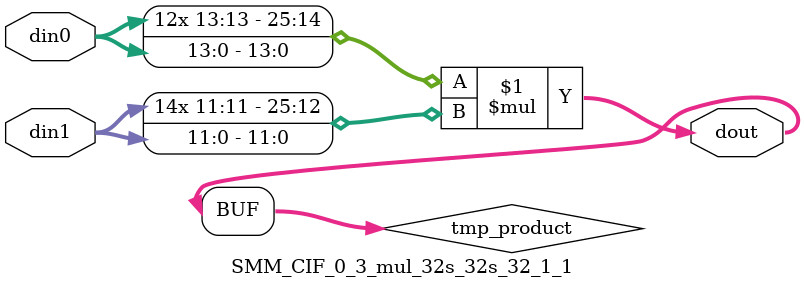
<source format=v>

`timescale 1 ns / 1 ps

  (* use_dsp = "no" *)  module SMM_CIF_0_3_mul_32s_32s_32_1_1(din0, din1, dout);
parameter ID = 1;
parameter NUM_STAGE = 0;
parameter din0_WIDTH = 14;
parameter din1_WIDTH = 12;
parameter dout_WIDTH = 26;

input [din0_WIDTH - 1 : 0] din0; 
input [din1_WIDTH - 1 : 0] din1; 
output [dout_WIDTH - 1 : 0] dout;

wire signed [dout_WIDTH - 1 : 0] tmp_product;













assign tmp_product = $signed(din0) * $signed(din1);








assign dout = tmp_product;







endmodule

</source>
